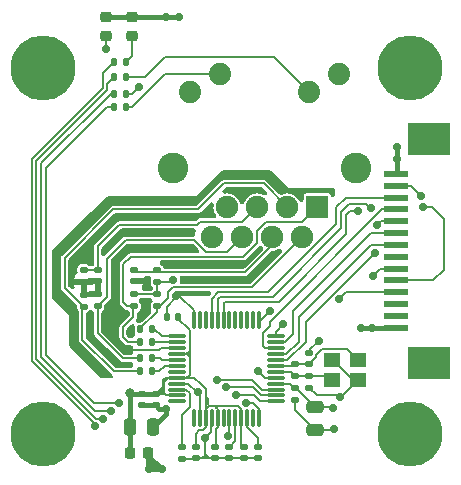
<source format=gbr>
%TF.GenerationSoftware,KiCad,Pcbnew,8.0.3*%
%TF.CreationDate,2024-11-27T21:51:57-05:00*%
%TF.ProjectId,Ethernet HAT,45746865-726e-4657-9420-4841542e6b69,rev?*%
%TF.SameCoordinates,Original*%
%TF.FileFunction,Copper,L1,Top*%
%TF.FilePolarity,Positive*%
%FSLAX46Y46*%
G04 Gerber Fmt 4.6, Leading zero omitted, Abs format (unit mm)*
G04 Created by KiCad (PCBNEW 8.0.3) date 2024-11-27 21:51:57*
%MOMM*%
%LPD*%
G01*
G04 APERTURE LIST*
G04 Aperture macros list*
%AMRoundRect*
0 Rectangle with rounded corners*
0 $1 Rounding radius*
0 $2 $3 $4 $5 $6 $7 $8 $9 X,Y pos of 4 corners*
0 Add a 4 corners polygon primitive as box body*
4,1,4,$2,$3,$4,$5,$6,$7,$8,$9,$2,$3,0*
0 Add four circle primitives for the rounded corners*
1,1,$1+$1,$2,$3*
1,1,$1+$1,$4,$5*
1,1,$1+$1,$6,$7*
1,1,$1+$1,$8,$9*
0 Add four rect primitives between the rounded corners*
20,1,$1+$1,$2,$3,$4,$5,0*
20,1,$1+$1,$4,$5,$6,$7,0*
20,1,$1+$1,$6,$7,$8,$9,0*
20,1,$1+$1,$8,$9,$2,$3,0*%
G04 Aperture macros list end*
%TA.AperFunction,SMDPad,CuDef*%
%ADD10RoundRect,0.135000X-0.185000X0.135000X-0.185000X-0.135000X0.185000X-0.135000X0.185000X0.135000X0*%
%TD*%
%TA.AperFunction,SMDPad,CuDef*%
%ADD11RoundRect,0.135000X-0.135000X-0.185000X0.135000X-0.185000X0.135000X0.185000X-0.135000X0.185000X0*%
%TD*%
%TA.AperFunction,SMDPad,CuDef*%
%ADD12RoundRect,0.250000X-0.250000X-0.475000X0.250000X-0.475000X0.250000X0.475000X-0.250000X0.475000X0*%
%TD*%
%TA.AperFunction,SMDPad,CuDef*%
%ADD13RoundRect,0.140000X-0.170000X0.140000X-0.170000X-0.140000X0.170000X-0.140000X0.170000X0.140000X0*%
%TD*%
%TA.AperFunction,SMDPad,CuDef*%
%ADD14RoundRect,0.140000X0.140000X0.170000X-0.140000X0.170000X-0.140000X-0.170000X0.140000X-0.170000X0*%
%TD*%
%TA.AperFunction,SMDPad,CuDef*%
%ADD15RoundRect,0.218750X-0.256250X0.218750X-0.256250X-0.218750X0.256250X-0.218750X0.256250X0.218750X0*%
%TD*%
%TA.AperFunction,SMDPad,CuDef*%
%ADD16RoundRect,0.135000X0.185000X-0.135000X0.185000X0.135000X-0.185000X0.135000X-0.185000X-0.135000X0*%
%TD*%
%TA.AperFunction,SMDPad,CuDef*%
%ADD17RoundRect,0.140000X0.170000X-0.140000X0.170000X0.140000X-0.170000X0.140000X-0.170000X-0.140000X0*%
%TD*%
%TA.AperFunction,SMDPad,CuDef*%
%ADD18RoundRect,0.135000X0.135000X0.185000X-0.135000X0.185000X-0.135000X-0.185000X0.135000X-0.185000X0*%
%TD*%
%TA.AperFunction,SMDPad,CuDef*%
%ADD19R,1.400000X1.200000*%
%TD*%
%TA.AperFunction,ComponentPad*%
%ADD20C,5.500000*%
%TD*%
%TA.AperFunction,SMDPad,CuDef*%
%ADD21RoundRect,0.250000X-0.475000X0.250000X-0.475000X-0.250000X0.475000X-0.250000X0.475000X0.250000X0*%
%TD*%
%TA.AperFunction,SMDPad,CuDef*%
%ADD22RoundRect,0.075000X-0.662500X-0.075000X0.662500X-0.075000X0.662500X0.075000X-0.662500X0.075000X0*%
%TD*%
%TA.AperFunction,SMDPad,CuDef*%
%ADD23RoundRect,0.075000X-0.075000X-0.662500X0.075000X-0.662500X0.075000X0.662500X-0.075000X0.662500X0*%
%TD*%
%TA.AperFunction,SMDPad,CuDef*%
%ADD24RoundRect,0.218750X0.218750X0.256250X-0.218750X0.256250X-0.218750X-0.256250X0.218750X-0.256250X0*%
%TD*%
%TA.AperFunction,SMDPad,CuDef*%
%ADD25R,2.000000X0.610000*%
%TD*%
%TA.AperFunction,SMDPad,CuDef*%
%ADD26R,3.600000X2.680000*%
%TD*%
%TA.AperFunction,ComponentPad*%
%ADD27C,1.890000*%
%TD*%
%TA.AperFunction,ComponentPad*%
%ADD28R,1.900000X1.900000*%
%TD*%
%TA.AperFunction,ComponentPad*%
%ADD29C,1.900000*%
%TD*%
%TA.AperFunction,ComponentPad*%
%ADD30C,2.600000*%
%TD*%
%TA.AperFunction,ViaPad*%
%ADD31C,0.700000*%
%TD*%
%TA.AperFunction,ViaPad*%
%ADD32C,0.800000*%
%TD*%
%TA.AperFunction,Conductor*%
%ADD33C,0.200000*%
%TD*%
%TA.AperFunction,Conductor*%
%ADD34C,0.400000*%
%TD*%
G04 APERTURE END LIST*
D10*
%TO.P,R7,1*%
%TO.N,3V3A*%
X142200000Y-103690000D03*
%TO.P,R7,2*%
%TO.N,/TD+*%
X142200000Y-104710000D03*
%TD*%
D11*
%TO.P,R14,1*%
%TO.N,Net-(U1-SPDLED)*%
X140490000Y-84000000D03*
%TO.P,R14,2*%
%TO.N,Net-(D1-A)*%
X141510000Y-84000000D03*
%TD*%
D12*
%TO.P,C7,1*%
%TO.N,3V3A*%
X141850000Y-114900000D03*
%TO.P,C7,2*%
%TO.N,GND*%
X143750000Y-114900000D03*
%TD*%
D13*
%TO.P,C15,1*%
%TO.N,+3.3V*%
X155800000Y-111640000D03*
%TO.P,C15,2*%
%TO.N,GND*%
X155800000Y-112600000D03*
%TD*%
%TO.P,C11,1*%
%TO.N,3V3A*%
X142800000Y-112120000D03*
%TO.P,C11,2*%
%TO.N,GND*%
X142800000Y-113080000D03*
%TD*%
D14*
%TO.P,C10,1*%
%TO.N,3V3A*%
X145880000Y-105600000D03*
%TO.P,C10,2*%
%TO.N,GND*%
X144920000Y-105600000D03*
%TD*%
D15*
%TO.P,D2,1,K*%
%TO.N,GND*%
X139800000Y-80212500D03*
%TO.P,D2,2,A*%
%TO.N,Net-(D2-A)*%
X139800000Y-81787500D03*
%TD*%
D16*
%TO.P,R15,1*%
%TO.N,GND*%
X137900000Y-102610000D03*
%TO.P,R15,2*%
%TO.N,RCT*%
X137900000Y-101590000D03*
%TD*%
D11*
%TO.P,R10,1*%
%TO.N,Net-(U1-LINKLED)*%
X140490000Y-85300000D03*
%TO.P,R10,2*%
%TO.N,Net-(J1-LEDG_K)*%
X141510000Y-85300000D03*
%TD*%
D13*
%TO.P,C12,1*%
%TO.N,3V3A*%
X144000000Y-112120000D03*
%TO.P,C12,2*%
%TO.N,GND*%
X144000000Y-113080000D03*
%TD*%
D10*
%TO.P,R16,1*%
%TO.N,GND*%
X137900000Y-103700000D03*
%TO.P,R16,2*%
%TO.N,/RD+*%
X137900000Y-104720000D03*
%TD*%
D11*
%TO.P,R11,1*%
%TO.N,Net-(U1-ACTLED)*%
X140490000Y-87800000D03*
%TO.P,R11,2*%
%TO.N,Net-(J1-LEDY_K)*%
X141510000Y-87800000D03*
%TD*%
D17*
%TO.P,C1,1*%
%TO.N,GND*%
X157000000Y-111580000D03*
%TO.P,C1,2*%
%TO.N,Net-(U1-XI{slash}CLKIN)*%
X157000000Y-110620000D03*
%TD*%
D18*
%TO.P,R5,1*%
%TO.N,Net-(U1-RXN)*%
X143710000Y-109100000D03*
%TO.P,R5,2*%
%TO.N,/RD-*%
X142690000Y-109100000D03*
%TD*%
D13*
%TO.P,C3,1*%
%TO.N,RCT*%
X139100000Y-101620000D03*
%TO.P,C3,2*%
%TO.N,GND*%
X139100000Y-102580000D03*
%TD*%
D11*
%TO.P,R13,1*%
%TO.N,Net-(U1-DUPLED)*%
X140490000Y-86700000D03*
%TO.P,R13,2*%
%TO.N,Net-(D2-A)*%
X141510000Y-86700000D03*
%TD*%
D19*
%TO.P,Y1,1,1*%
%TO.N,Net-(U1-XO)*%
X161100000Y-109250000D03*
%TO.P,Y1,2,2*%
%TO.N,GND*%
X158900000Y-109250000D03*
%TO.P,Y1,3,3*%
%TO.N,Net-(U1-XI{slash}CLKIN)*%
X158900000Y-110950000D03*
%TO.P,Y1,4,4*%
%TO.N,GND*%
X161100000Y-110950000D03*
%TD*%
D13*
%TO.P,C8,1*%
%TO.N,3V3A*%
X147400000Y-116620000D03*
%TO.P,C8,2*%
%TO.N,GND*%
X147400000Y-117580000D03*
%TD*%
D17*
%TO.P,C2,1*%
%TO.N,Net-(U1-XO)*%
X157000000Y-109580000D03*
%TO.P,C2,2*%
%TO.N,GND*%
X157000000Y-108620000D03*
%TD*%
D20*
%TO.P,H2,1*%
%TO.N,N/C*%
X165500000Y-115500000D03*
%TD*%
D10*
%TO.P,R8,1*%
%TO.N,Net-(U1-EXRES1)*%
X146200000Y-116590000D03*
%TO.P,R8,2*%
%TO.N,GND*%
X146200000Y-117610000D03*
%TD*%
D18*
%TO.P,R3,1*%
%TO.N,Net-(U1-TXN)*%
X143710000Y-106600000D03*
%TO.P,R3,2*%
%TO.N,/TD-*%
X142690000Y-106600000D03*
%TD*%
D10*
%TO.P,R17,1*%
%TO.N,GND*%
X139100000Y-103690000D03*
%TO.P,R17,2*%
%TO.N,/RD-*%
X139100000Y-104710000D03*
%TD*%
D21*
%TO.P,C14,1*%
%TO.N,+3.3V*%
X157500000Y-113250000D03*
%TO.P,C14,2*%
%TO.N,GND*%
X157500000Y-115150000D03*
%TD*%
D18*
%TO.P,R4,1*%
%TO.N,Net-(U1-RXP)*%
X143710000Y-110200000D03*
%TO.P,R4,2*%
%TO.N,/RD+*%
X142690000Y-110200000D03*
%TD*%
D16*
%TO.P,R1,1*%
%TO.N,Net-(U1-XI{slash}CLKIN)*%
X155800000Y-110610000D03*
%TO.P,R1,2*%
%TO.N,Net-(U1-XO)*%
X155800000Y-109590000D03*
%TD*%
D22*
%TO.P,U1,1,TXN*%
%TO.N,Net-(U1-TXN)*%
X145837500Y-107250000D03*
%TO.P,U1,2,TXP*%
%TO.N,Net-(U1-TXP)*%
X145837500Y-107750000D03*
%TO.P,U1,3,AGND*%
%TO.N,GND*%
X145837500Y-108250000D03*
%TO.P,U1,4,AVDD*%
%TO.N,3V3A*%
X145837500Y-108750000D03*
%TO.P,U1,5,RXN*%
%TO.N,Net-(U1-RXN)*%
X145837500Y-109250000D03*
%TO.P,U1,6,RXP*%
%TO.N,Net-(U1-RXP)*%
X145837500Y-109750000D03*
%TO.P,U1,7,DNC*%
%TO.N,unconnected-(U1-DNC-Pad7)*%
X145837500Y-110250000D03*
%TO.P,U1,8,AVDD*%
%TO.N,3V3A*%
X145837500Y-110750000D03*
%TO.P,U1,9,AGND*%
%TO.N,GND*%
X145837500Y-111250000D03*
%TO.P,U1,10,EXRES1*%
%TO.N,Net-(U1-EXRES1)*%
X145837500Y-111750000D03*
%TO.P,U1,11,AVDD*%
%TO.N,3V3A*%
X145837500Y-112250000D03*
%TO.P,U1,12,NC*%
%TO.N,unconnected-(U1-NC-Pad12)*%
X145837500Y-112750000D03*
D23*
%TO.P,U1,13,NC*%
%TO.N,unconnected-(U1-NC-Pad13)*%
X147250000Y-114162500D03*
%TO.P,U1,14,AGND*%
%TO.N,GND*%
X147750000Y-114162500D03*
%TO.P,U1,15,AVDD*%
%TO.N,3V3A*%
X148250000Y-114162500D03*
%TO.P,U1,16,AGND*%
%TO.N,GND*%
X148750000Y-114162500D03*
%TO.P,U1,17,AVDD*%
%TO.N,3V3A*%
X149250000Y-114162500D03*
%TO.P,U1,18,VBG*%
%TO.N,unconnected-(U1-VBG-Pad18)*%
X149750000Y-114162500D03*
%TO.P,U1,19,AGND*%
%TO.N,GND*%
X150250000Y-114162500D03*
%TO.P,U1,20,TOCAP*%
%TO.N,Net-(U1-TOCAP)*%
X150750000Y-114162500D03*
%TO.P,U1,21,AVDD*%
%TO.N,3V3A*%
X151250000Y-114162500D03*
%TO.P,U1,22,1V2O*%
%TO.N,Net-(U1-1V2O)*%
X151750000Y-114162500D03*
%TO.P,U1,23,RSVD*%
%TO.N,unconnected-(U1-RSVD-Pad23)*%
X152250000Y-114162500D03*
%TO.P,U1,24,SPDLED*%
%TO.N,Net-(U1-SPDLED)*%
X152750000Y-114162500D03*
D22*
%TO.P,U1,25,LINKLED*%
%TO.N,Net-(U1-LINKLED)*%
X154162500Y-112750000D03*
%TO.P,U1,26,DUPLED*%
%TO.N,Net-(U1-DUPLED)*%
X154162500Y-112250000D03*
%TO.P,U1,27,ACTLED*%
%TO.N,Net-(U1-ACTLED)*%
X154162500Y-111750000D03*
%TO.P,U1,28,VDD*%
%TO.N,+3.3V*%
X154162500Y-111250000D03*
%TO.P,U1,29,GND*%
%TO.N,GND*%
X154162500Y-110750000D03*
%TO.P,U1,30,XI/CLKIN*%
%TO.N,Net-(U1-XI{slash}CLKIN)*%
X154162500Y-110250000D03*
%TO.P,U1,31,XO*%
%TO.N,Net-(U1-XO)*%
X154162500Y-109750000D03*
%TO.P,U1,32,~{SCS}*%
%TO.N,ETH_CS*%
X154162500Y-109250000D03*
%TO.P,U1,33,SCLK*%
%TO.N,SCK*%
X154162500Y-108750000D03*
%TO.P,U1,34,MISO*%
%TO.N,MISO*%
X154162500Y-108250000D03*
%TO.P,U1,35,MOSI*%
%TO.N,MOSI*%
X154162500Y-107750000D03*
%TO.P,U1,36,~{INT}*%
%TO.N,AUX4*%
X154162500Y-107250000D03*
D23*
%TO.P,U1,37,~{RST}*%
%TO.N,AUX6*%
X152750000Y-105837500D03*
%TO.P,U1,38,RSVD*%
%TO.N,unconnected-(U1-RSVD-Pad38)*%
X152250000Y-105837500D03*
%TO.P,U1,39,RSVD*%
%TO.N,unconnected-(U1-RSVD-Pad39)*%
X151750000Y-105837500D03*
%TO.P,U1,40,RSVD*%
%TO.N,unconnected-(U1-RSVD-Pad40)*%
X151250000Y-105837500D03*
%TO.P,U1,41,RSVD*%
%TO.N,unconnected-(U1-RSVD-Pad41)*%
X150750000Y-105837500D03*
%TO.P,U1,42,RSVD*%
%TO.N,unconnected-(U1-RSVD-Pad42)*%
X150250000Y-105837500D03*
%TO.P,U1,43,PMODE2*%
%TO.N,AUX5*%
X149750000Y-105837500D03*
%TO.P,U1,44,PMODE1*%
%TO.N,AUX1*%
X149250000Y-105837500D03*
%TO.P,U1,45,PMODE0*%
%TO.N,AUX2*%
X148750000Y-105837500D03*
%TO.P,U1,46,NC*%
%TO.N,unconnected-(U1-NC-Pad46)*%
X148250000Y-105837500D03*
%TO.P,U1,47,NC*%
%TO.N,unconnected-(U1-NC-Pad47)*%
X147750000Y-105837500D03*
%TO.P,U1,48,AGND*%
%TO.N,GND*%
X147250000Y-105837500D03*
%TD*%
D13*
%TO.P,C4,1*%
%TO.N,TCT*%
X142200000Y-101620000D03*
%TO.P,C4,2*%
%TO.N,GND*%
X142200000Y-102580000D03*
%TD*%
D20*
%TO.P,H4,1*%
%TO.N,N/C*%
X165500000Y-84500000D03*
%TD*%
D15*
%TO.P,D1,1,K*%
%TO.N,GND*%
X141990000Y-80200000D03*
%TO.P,D1,2,A*%
%TO.N,Net-(D1-A)*%
X141990000Y-81775000D03*
%TD*%
D20*
%TO.P,H1,1*%
%TO.N,N/C*%
X134500000Y-84500000D03*
%TD*%
D18*
%TO.P,R2,1*%
%TO.N,Net-(U1-TXP)*%
X143710000Y-107700000D03*
%TO.P,R2,2*%
%TO.N,/TD+*%
X142690000Y-107700000D03*
%TD*%
D24*
%TO.P,L1,1,1*%
%TO.N,+3.3V*%
X143387500Y-117100000D03*
%TO.P,L1,2,2*%
%TO.N,3V3A*%
X141812500Y-117100000D03*
%TD*%
D13*
%TO.P,C13,1*%
%TO.N,3V3A*%
X151500000Y-116620000D03*
%TO.P,C13,2*%
%TO.N,GND*%
X151500000Y-117580000D03*
%TD*%
D16*
%TO.P,R12,1*%
%TO.N,3V3A*%
X144100000Y-102610000D03*
%TO.P,R12,2*%
%TO.N,TCT*%
X144100000Y-101590000D03*
%TD*%
D20*
%TO.P,H3,1*%
%TO.N,N/C*%
X134500000Y-115500000D03*
%TD*%
D25*
%TO.P,J2,1,Pin_1*%
%TO.N,+3.3V*%
X164350000Y-106500000D03*
%TO.P,J2,2,Pin_2*%
%TO.N,SDA1*%
X164350000Y-105500000D03*
%TO.P,J2,3,Pin_3*%
%TO.N,SCL1*%
X164350000Y-104500000D03*
%TO.P,J2,4,Pin_4*%
%TO.N,AUX6*%
X164350000Y-103500000D03*
%TO.P,J2,5,Pin_5*%
%TO.N,AUX5*%
X164350000Y-102500000D03*
%TO.P,J2,6,Pin_6*%
%TO.N,AUX4*%
X164350000Y-101500000D03*
%TO.P,J2,7,Pin_7*%
%TO.N,AUX3*%
X164350000Y-100500000D03*
%TO.P,J2,8,Pin_8*%
%TO.N,SCK*%
X164350000Y-99500000D03*
%TO.P,J2,9,Pin_9*%
%TO.N,MOSI*%
X164350000Y-98500000D03*
%TO.P,J2,10,Pin_10*%
%TO.N,ETH_CS*%
X164350000Y-97500000D03*
%TO.P,J2,11,Pin_11*%
%TO.N,MISO*%
X164350000Y-96500000D03*
%TO.P,J2,12,Pin_12*%
%TO.N,AUX2*%
X164350000Y-95500000D03*
%TO.P,J2,13,Pin_13*%
%TO.N,AUX1*%
X164350000Y-94500000D03*
%TO.P,J2,14,Pin_14*%
%TO.N,GND*%
X164350000Y-93500000D03*
D26*
%TO.P,J2,MP*%
%TO.N,N/C*%
X167150000Y-109490000D03*
X167150000Y-90510000D03*
%TD*%
D10*
%TO.P,R6,1*%
%TO.N,3V3A*%
X144100000Y-103690000D03*
%TO.P,R6,2*%
%TO.N,/TD-*%
X144100000Y-104710000D03*
%TD*%
D13*
%TO.P,C6,1*%
%TO.N,Net-(U1-1V2O)*%
X152700000Y-116620000D03*
%TO.P,C6,2*%
%TO.N,GND*%
X152700000Y-117580000D03*
%TD*%
%TO.P,C9,1*%
%TO.N,3V3A*%
X149000000Y-116620000D03*
%TO.P,C9,2*%
%TO.N,GND*%
X149000000Y-117580000D03*
%TD*%
%TO.P,C5,1*%
%TO.N,Net-(U1-TOCAP)*%
X150200000Y-116620000D03*
%TO.P,C5,2*%
%TO.N,GND*%
X150200000Y-117580000D03*
%TD*%
D27*
%TO.P,J1,L1,LEDY_A*%
%TO.N,+3.3V*%
X146900000Y-86570000D03*
%TO.P,J1,L2,LEDY_K*%
%TO.N,Net-(J1-LEDY_K)*%
X149440000Y-85050000D03*
%TO.P,J1,L3,LEDG_K*%
%TO.N,Net-(J1-LEDG_K)*%
X157010000Y-86570000D03*
%TO.P,J1,L4,LEDG_A*%
%TO.N,+3.3V*%
X159550000Y-85050000D03*
D28*
%TO.P,J1,R1,TD+*%
%TO.N,/TD+*%
X157670000Y-96290000D03*
D29*
%TO.P,J1,R2,TD-*%
%TO.N,/TD-*%
X156400000Y-98830000D03*
%TO.P,J1,R3,RD+*%
%TO.N,/RD+*%
X155130000Y-96290000D03*
%TO.P,J1,R4,TCT*%
%TO.N,TCT*%
X153860000Y-98830000D03*
%TO.P,J1,R5,RCT*%
%TO.N,RCT*%
X152590000Y-96290000D03*
%TO.P,J1,R6,RD-*%
%TO.N,/RD-*%
X151320000Y-98830000D03*
%TO.P,J1,R7,NC*%
%TO.N,unconnected-(J1-NC-PadR7)*%
X150050000Y-96290000D03*
%TO.P,J1,R8,GND*%
%TO.N,GND*%
X148780000Y-98830000D03*
D30*
%TO.P,J1,SH,SHIELD*%
X161000000Y-93000000D03*
X145450000Y-93000000D03*
%TD*%
D31*
%TO.N,Net-(U1-ACTLED)*%
X140900000Y-112900000D03*
%TO.N,GND*%
X144900000Y-80200000D03*
X146000000Y-80200000D03*
%TO.N,Net-(D2-A)*%
X142600000Y-86100000D03*
X139800000Y-82900000D03*
%TO.N,Net-(U1-ACTLED)*%
X149200000Y-110900000D03*
%TO.N,Net-(U1-DUPLED)*%
X140197216Y-113550000D03*
X149975526Y-111563384D03*
%TO.N,Net-(U1-LINKLED)*%
X139500000Y-114200000D03*
X150765872Y-112211675D03*
%TO.N,Net-(U1-SPDLED)*%
X138898780Y-114869731D03*
X151638325Y-112861675D03*
%TO.N,GND*%
X146700000Y-97150000D03*
X164400000Y-92200000D03*
X143400000Y-95850000D03*
X157800000Y-107600000D03*
X137651901Y-100151902D03*
X143400000Y-99800000D03*
X139351901Y-98451901D03*
X137974235Y-108625765D03*
X140600000Y-105800000D03*
X146700000Y-102450000D03*
X164400000Y-91200000D03*
X136832319Y-99133005D03*
X147544546Y-111958556D03*
X150100000Y-115700000D03*
X143400000Y-98450000D03*
X148204011Y-115811059D03*
X145200000Y-101150000D03*
X159600000Y-112400000D03*
X152700000Y-110200000D03*
X151300000Y-93650000D03*
X143200000Y-103040000D03*
X151340380Y-101140380D03*
X159100000Y-115100000D03*
X148600000Y-101150000D03*
X146700000Y-99800000D03*
X135650000Y-102000000D03*
X138450000Y-105800000D03*
X140243474Y-109056525D03*
X146700000Y-98450000D03*
X140271140Y-99371141D03*
X144870245Y-113371679D03*
X137150000Y-105800000D03*
X146700000Y-95850000D03*
X139424235Y-110075765D03*
X141870001Y-107006094D03*
X151755380Y-102450000D03*
X141140380Y-100340380D03*
X140600000Y-102200000D03*
X138432660Y-97532664D03*
X145734620Y-103784620D03*
X141062714Y-108037286D03*
X143400000Y-97150000D03*
X142750000Y-105590380D03*
X151300000Y-95100000D03*
X148600000Y-102450000D03*
%TO.N,3V3A*%
X145500000Y-102450000D03*
D32*
X141800000Y-112000000D03*
D31*
%TO.N,+3.3V*%
X143400000Y-118500000D03*
X144500000Y-118500000D03*
X161400000Y-106500000D03*
X159000000Y-113300000D03*
X162300000Y-106500000D03*
%TO.N,AUX4*%
X162400000Y-102100000D03*
X154800000Y-106200000D03*
%TO.N,ETH_CS*%
X162600000Y-100150000D03*
X162765073Y-97850001D03*
%TO.N,AUX1*%
X166500000Y-95400000D03*
X162200000Y-96400000D03*
%TO.N,AUX5*%
X166611632Y-96293053D03*
X161100000Y-96650000D03*
%TO.N,AUX6*%
X159509620Y-104109620D03*
X153688298Y-105088298D03*
%TD*%
D33*
%TO.N,/RD+*%
X137800000Y-104820000D02*
X137900000Y-104720000D01*
X137800000Y-107532290D02*
X137800000Y-104820000D01*
X142690000Y-110200000D02*
X140467710Y-110200000D01*
%TO.N,Net-(U1-RXP)*%
X144750000Y-109750000D02*
X145837500Y-109750000D01*
X143710000Y-110200000D02*
X144300000Y-110200000D01*
%TO.N,/RD+*%
X140467710Y-110200000D02*
X137800000Y-107532290D01*
%TO.N,Net-(U1-RXP)*%
X144300000Y-110200000D02*
X144750000Y-109750000D01*
%TO.N,/RD-*%
X141206189Y-109100000D02*
X142690000Y-109100000D01*
%TO.N,Net-(U1-RXN)*%
X144400000Y-109100000D02*
X144550000Y-109250000D01*
%TO.N,/RD-*%
X139100000Y-104710000D02*
X139100000Y-106993811D01*
%TO.N,Net-(U1-RXN)*%
X143710000Y-109100000D02*
X144400000Y-109100000D01*
X144550000Y-109250000D02*
X145837500Y-109250000D01*
%TO.N,/RD-*%
X139100000Y-106993811D02*
X141206189Y-109100000D01*
%TO.N,GND*%
X141425428Y-108400000D02*
X141062714Y-108037286D01*
X144300000Y-108400000D02*
X141425428Y-108400000D01*
X144450000Y-108250000D02*
X144300000Y-108400000D01*
X145837500Y-108250000D02*
X144450000Y-108250000D01*
%TO.N,/TD+*%
X142100000Y-104810000D02*
X142200000Y-104710000D01*
X141220001Y-106479999D02*
X142100000Y-105600000D01*
X142100000Y-105600000D02*
X142100000Y-104810000D01*
X142690000Y-107700000D02*
X141644668Y-107700000D01*
%TO.N,Net-(U1-TXP)*%
X144500000Y-107700000D02*
X144550000Y-107750000D01*
X144550000Y-107750000D02*
X145837500Y-107750000D01*
X143710000Y-107700000D02*
X144500000Y-107700000D01*
%TO.N,/TD+*%
X141644668Y-107700000D02*
X141220001Y-107275333D01*
X141220001Y-107275333D02*
X141220001Y-106479999D01*
%TO.N,/TD-*%
X144100000Y-105159619D02*
X142690000Y-106569619D01*
X144100000Y-104710000D02*
X144100000Y-105159619D01*
%TO.N,Net-(U1-TXN)*%
X144550000Y-107250000D02*
X143900000Y-106600000D01*
X143900000Y-106600000D02*
X143710000Y-106600000D01*
X145837500Y-107250000D02*
X144550000Y-107250000D01*
%TO.N,/TD-*%
X142690000Y-106569619D02*
X142690000Y-106600000D01*
%TO.N,Net-(U1-SPDLED)*%
X138898780Y-114869731D02*
X138898780Y-114695838D01*
X133500000Y-92268628D02*
X139520000Y-86248628D01*
X138898780Y-114695838D02*
X133500000Y-109297058D01*
X133500000Y-109297058D02*
X133500000Y-92268628D01*
X139520000Y-84970000D02*
X140490000Y-84000000D01*
X139520000Y-86248628D02*
X139520000Y-84970000D01*
%TO.N,Net-(U1-LINKLED)*%
X133900000Y-92434314D02*
X139920000Y-86414314D01*
X133900000Y-109131372D02*
X133900000Y-92434314D01*
X139920000Y-86414314D02*
X139920000Y-85870000D01*
X139500000Y-114200000D02*
X138968628Y-114200000D01*
X139920000Y-85870000D02*
X140490000Y-85300000D01*
X138968628Y-114200000D02*
X133900000Y-109131372D01*
%TO.N,Net-(U1-DUPLED)*%
X140200000Y-86700000D02*
X140490000Y-86700000D01*
X134300000Y-108965686D02*
X134300000Y-92600000D01*
X138884314Y-113550000D02*
X134300000Y-108965686D01*
X140197216Y-113550000D02*
X138884314Y-113550000D01*
X134300000Y-92600000D02*
X140200000Y-86700000D01*
%TO.N,Net-(U1-ACTLED)*%
X139900000Y-87800000D02*
X140490000Y-87800000D01*
X134700000Y-93000000D02*
X139900000Y-87800000D01*
X138800000Y-112900000D02*
X134700000Y-108800000D01*
X140900000Y-112900000D02*
X138800000Y-112900000D01*
X134700000Y-108800000D02*
X134700000Y-93000000D01*
D34*
%TO.N,GND*%
X144900000Y-80200000D02*
X146000000Y-80200000D01*
X141990000Y-80200000D02*
X144900000Y-80200000D01*
X141977500Y-80212500D02*
X141990000Y-80200000D01*
X139800000Y-80212500D02*
X141977500Y-80212500D01*
D33*
%TO.N,Net-(D2-A)*%
X139800000Y-82900000D02*
X139800000Y-81787500D01*
X142000000Y-86700000D02*
X142600000Y-86100000D01*
X141510000Y-86700000D02*
X142000000Y-86700000D01*
%TO.N,Net-(D1-A)*%
X142000000Y-83510000D02*
X142000000Y-81785000D01*
X141510000Y-84000000D02*
X142000000Y-83510000D01*
X142000000Y-81785000D02*
X141990000Y-81775000D01*
%TO.N,Net-(J1-LEDG_K)*%
X143100000Y-85300000D02*
X141510000Y-85300000D01*
X144800000Y-83600000D02*
X143100000Y-85300000D01*
X154040000Y-83600000D02*
X144800000Y-83600000D01*
X157010000Y-86570000D02*
X154040000Y-83600000D01*
%TO.N,Net-(U1-ACTLED)*%
X152150611Y-110900000D02*
X149200000Y-110900000D01*
X153000611Y-111750000D02*
X152150611Y-110900000D01*
X154162500Y-111750000D02*
X153000611Y-111750000D01*
%TO.N,GND*%
X153250000Y-110750000D02*
X154162500Y-110750000D01*
X152700000Y-110200000D02*
X153250000Y-110750000D01*
%TO.N,Net-(U1-DUPLED)*%
X152934925Y-112250000D02*
X154162500Y-112250000D01*
X152246600Y-111561675D02*
X152934925Y-112250000D01*
X150494924Y-111563384D02*
X150496633Y-111561675D01*
X149975526Y-111563384D02*
X150494924Y-111563384D01*
X150496633Y-111561675D02*
X152246600Y-111561675D01*
%TO.N,Net-(U1-LINKLED)*%
X152869239Y-112750000D02*
X154162500Y-112750000D01*
X150765872Y-112211675D02*
X152330914Y-112211675D01*
X152330914Y-112211675D02*
X152869239Y-112750000D01*
%TO.N,Net-(U1-SPDLED)*%
X152750000Y-113392590D02*
X152750000Y-114162500D01*
X152219085Y-112861675D02*
X152750000Y-113392590D01*
X151638325Y-112861675D02*
X152219085Y-112861675D01*
D34*
%TO.N,GND*%
X144870245Y-113371679D02*
X144291679Y-113371679D01*
X144870245Y-113779755D02*
X143750000Y-114900000D01*
X144870245Y-113371679D02*
X144870245Y-113779755D01*
X144291679Y-113371679D02*
X144000000Y-113080000D01*
D33*
X155800000Y-113450000D02*
X157500000Y-115150000D01*
X148204011Y-117300000D02*
X148220000Y-117300000D01*
X148500000Y-117580000D02*
X151500000Y-117580000D01*
X143200000Y-103040000D02*
X142740000Y-102580000D01*
X160700000Y-110950000D02*
X161100000Y-110950000D01*
X147250000Y-105837500D02*
X147250000Y-105050000D01*
D34*
X142800000Y-113080000D02*
X144000000Y-113080000D01*
D33*
X150200000Y-115700000D02*
X150100000Y-115700000D01*
X157000000Y-108620000D02*
X157000000Y-108400000D01*
X159050000Y-115150000D02*
X159100000Y-115100000D01*
X159600000Y-112400000D02*
X159800000Y-112200000D01*
X148152005Y-117432005D02*
X148300000Y-117580000D01*
X147544546Y-112032998D02*
X147750000Y-112238452D01*
X148700000Y-115315070D02*
X148204011Y-115811059D01*
X147544546Y-111958556D02*
X147470104Y-111958556D01*
X148204011Y-117300000D02*
X148204011Y-115811059D01*
X159400000Y-112200000D02*
X159600000Y-112400000D01*
X151500000Y-117580000D02*
X152700000Y-117580000D01*
X142740000Y-102580000D02*
X142200000Y-102580000D01*
X146200000Y-117610000D02*
X147370000Y-117610000D01*
X158900000Y-109250000D02*
X159000000Y-109250000D01*
X148152005Y-117352005D02*
X148204011Y-117300000D01*
D34*
X164400000Y-93500000D02*
X164400000Y-92200000D01*
D33*
X145734620Y-103931066D02*
X145734620Y-103784620D01*
X147370000Y-117610000D02*
X147400000Y-117580000D01*
X157000000Y-108400000D02*
X157800000Y-107600000D01*
X157620000Y-112200000D02*
X159400000Y-112200000D01*
X159000000Y-109250000D02*
X160700000Y-110950000D01*
X146761548Y-111250000D02*
X145837500Y-111250000D01*
X147470104Y-111958556D02*
X146761548Y-111250000D01*
X147400000Y-117580000D02*
X147924011Y-117580000D01*
X159850000Y-112200000D02*
X161100000Y-110950000D01*
X147544546Y-111958556D02*
X147544546Y-112032998D01*
X147924011Y-117580000D02*
X148152005Y-117352005D01*
X148300000Y-117580000D02*
X148500000Y-117580000D01*
X148750000Y-114162500D02*
X148700000Y-114212500D01*
X157000000Y-111580000D02*
X157620000Y-112200000D01*
D34*
X164400000Y-92200000D02*
X164400000Y-91200000D01*
D33*
X150250000Y-115650000D02*
X150200000Y-115700000D01*
X155800000Y-112600000D02*
X155800000Y-113450000D01*
X147400000Y-117580000D02*
X148300000Y-117580000D01*
X148700000Y-114212500D02*
X148700000Y-115315070D01*
X147250000Y-105050000D02*
X145984620Y-103784620D01*
X150250000Y-114162500D02*
X150250000Y-115650000D01*
X159800000Y-112200000D02*
X159850000Y-112200000D01*
X157500000Y-115150000D02*
X159050000Y-115150000D01*
X145984620Y-103784620D02*
X145734620Y-103784620D01*
X144920000Y-104745686D02*
X145734620Y-103931066D01*
X150100000Y-115800000D02*
X150200000Y-115700000D01*
X150100000Y-115700000D02*
X150100000Y-115800000D01*
X148152005Y-117352005D02*
X148152005Y-117432005D01*
X148220000Y-117300000D02*
X148500000Y-117580000D01*
X144920000Y-105600000D02*
X144920000Y-104745686D01*
X147750000Y-112238452D02*
X147750000Y-114162500D01*
%TO.N,Net-(U1-XI{slash}CLKIN)*%
X157000000Y-110620000D02*
X158570000Y-110620000D01*
X156990000Y-110610000D02*
X157000000Y-110620000D01*
X155800000Y-110610000D02*
X156990000Y-110610000D01*
X155440000Y-110250000D02*
X155800000Y-110610000D01*
X158570000Y-110620000D02*
X158900000Y-110950000D01*
X154162500Y-110250000D02*
X155440000Y-110250000D01*
%TO.N,Net-(U1-XO)*%
X158050000Y-108350000D02*
X157610000Y-108790000D01*
X155810000Y-109580000D02*
X155800000Y-109590000D01*
X155800000Y-109590000D02*
X155640000Y-109750000D01*
X157610000Y-108970000D02*
X157000000Y-109580000D01*
X160200000Y-108350000D02*
X158050000Y-108350000D01*
X161100000Y-109250000D02*
X160200000Y-108350000D01*
X155640000Y-109750000D02*
X154162500Y-109750000D01*
X157000000Y-109580000D02*
X155810000Y-109580000D01*
X157610000Y-108790000D02*
X157610000Y-108970000D01*
%TO.N,RCT*%
X140923042Y-97800000D02*
X139100000Y-99623042D01*
X147760000Y-97540000D02*
X147500000Y-97800000D01*
X139100000Y-99623042D02*
X139100000Y-101620000D01*
X147500000Y-97800000D02*
X140923042Y-97800000D01*
X137930000Y-101620000D02*
X137900000Y-101590000D01*
X152590000Y-96290000D02*
X151340000Y-97540000D01*
X139100000Y-101620000D02*
X137930000Y-101620000D01*
X151340000Y-97540000D02*
X147760000Y-97540000D01*
%TO.N,TCT*%
X153860000Y-98830000D02*
X153860000Y-99540000D01*
X151600000Y-101800000D02*
X142480000Y-101800000D01*
X153860000Y-99540000D02*
X151600000Y-101800000D01*
X142480000Y-101800000D02*
X142300000Y-101620000D01*
%TO.N,Net-(U1-TOCAP)*%
X150265686Y-116620000D02*
X150750000Y-116135686D01*
X150200000Y-116620000D02*
X150265686Y-116620000D01*
X150750000Y-116135686D02*
X150750000Y-114162500D01*
%TO.N,Net-(U1-1V2O)*%
X151750000Y-114162500D02*
X151750000Y-114932410D01*
X151750000Y-114932410D02*
X152700000Y-115882410D01*
X152700000Y-115882410D02*
X152700000Y-116620000D01*
%TO.N,3V3A*%
X144100000Y-102610000D02*
X144100000Y-103690000D01*
X144600000Y-112000000D02*
X144850000Y-112250000D01*
D34*
X141812500Y-117100000D02*
X141812500Y-114937500D01*
D33*
X151250000Y-113392590D02*
X150982410Y-113125000D01*
X147982410Y-115200000D02*
X147700000Y-115200000D01*
X144600000Y-112120000D02*
X144000000Y-112120000D01*
X148800000Y-113125000D02*
X149400000Y-113125000D01*
X149250000Y-114162500D02*
X149250000Y-114932410D01*
X148250000Y-112392590D02*
X148250000Y-113000000D01*
X144600000Y-110950000D02*
X144800000Y-110750000D01*
X147250000Y-110750000D02*
X147808556Y-111308556D01*
X148250000Y-113000000D02*
X148392590Y-113000000D01*
X144800000Y-111017590D02*
X144800000Y-111000000D01*
X144600000Y-112120000D02*
X144720000Y-112120000D01*
X144600000Y-111800000D02*
X144600000Y-112000000D01*
X144600000Y-111520000D02*
X144600000Y-111400000D01*
X148250000Y-113200000D02*
X148250000Y-114162500D01*
D34*
X141850000Y-112050000D02*
X141800000Y-112000000D01*
D33*
X144800000Y-111000000D02*
X145050000Y-110750000D01*
X148228705Y-111723476D02*
X148228705Y-112371295D01*
X145050000Y-110750000D02*
X145837500Y-110750000D01*
X151250000Y-116370000D02*
X151500000Y-116620000D01*
X145837500Y-110750000D02*
X144800000Y-110750000D01*
X144600000Y-111217590D02*
X144800000Y-111017590D01*
X144600000Y-111600000D02*
X144520000Y-111600000D01*
X145340000Y-102610000D02*
X144100000Y-102610000D01*
X144720000Y-112120000D02*
X144850000Y-112250000D01*
X144800000Y-111017590D02*
X144720000Y-111097590D01*
X144600000Y-111200000D02*
X144600000Y-111600000D01*
X146600000Y-108750000D02*
X146625000Y-108750000D01*
X142200000Y-103690000D02*
X144100000Y-103690000D01*
X144600000Y-111200000D02*
X144800000Y-111000000D01*
D34*
X141920000Y-112120000D02*
X141800000Y-112000000D01*
D33*
X148982410Y-113125000D02*
X148800000Y-113125000D01*
X146725000Y-108750000D02*
X146875000Y-108600000D01*
X149250000Y-114162500D02*
X149250000Y-113392590D01*
X145837500Y-108750000D02*
X146607410Y-108750000D01*
X149128705Y-113271295D02*
X148982410Y-113125000D01*
D34*
X142800000Y-112120000D02*
X144000000Y-112120000D01*
D33*
X148250000Y-113200000D02*
X148442590Y-113200000D01*
X146600000Y-108750000D02*
X146725000Y-108750000D01*
X148392590Y-113000000D02*
X148392590Y-112535180D01*
X146875000Y-108200000D02*
X146875000Y-108600000D01*
X144600000Y-111400000D02*
X144600000Y-111200000D01*
X148250000Y-114932410D02*
X147982410Y-115200000D01*
X145837500Y-110750000D02*
X146607410Y-110750000D01*
X149275000Y-113125000D02*
X149128705Y-113271295D01*
X144850000Y-112250000D02*
X145837500Y-112250000D01*
X150017590Y-113125000D02*
X150000000Y-113142590D01*
X145800000Y-105657410D02*
X146875000Y-106732410D01*
X144600000Y-111200000D02*
X144600000Y-110950000D01*
X145500000Y-102450000D02*
X145340000Y-102610000D01*
X148517590Y-113125000D02*
X148392590Y-113000000D01*
X149250000Y-113392590D02*
X149128705Y-113271295D01*
X146875000Y-106732410D02*
X146875000Y-108200000D01*
X149100000Y-115082410D02*
X149100000Y-116520000D01*
X144720000Y-111097590D02*
X144720000Y-112120000D01*
D34*
X142800000Y-112120000D02*
X141920000Y-112120000D01*
D33*
X144600000Y-111600000D02*
X144600000Y-111800000D01*
X149250000Y-114932410D02*
X149100000Y-115082410D01*
X150000000Y-113142590D02*
X149982410Y-113125000D01*
X148250000Y-113392590D02*
X148517590Y-113125000D01*
X147700000Y-115200000D02*
X147400000Y-115500000D01*
X147808556Y-111308556D02*
X147813785Y-111308556D01*
X146625000Y-108750000D02*
X146875000Y-109000000D01*
X146875000Y-110482410D02*
X146607410Y-110750000D01*
X148442590Y-113200000D02*
X148517590Y-113125000D01*
X147400000Y-115500000D02*
X147400000Y-116620000D01*
X148250000Y-113000000D02*
X148250000Y-113200000D01*
X146607410Y-110750000D02*
X147250000Y-110750000D01*
X148392590Y-112535180D02*
X148228705Y-112371295D01*
X146875000Y-108600000D02*
X146875000Y-109000000D01*
X151250000Y-114162500D02*
X151250000Y-116370000D01*
X146875000Y-108482410D02*
X146875000Y-108200000D01*
X146875000Y-109000000D02*
X146875000Y-110482410D01*
X144520000Y-111600000D02*
X144260000Y-111860000D01*
X144000000Y-112120000D02*
X144280000Y-112120000D01*
X148517590Y-113125000D02*
X148800000Y-113125000D01*
X148250000Y-114162500D02*
X148250000Y-114932410D01*
X145837500Y-108750000D02*
X146600000Y-108750000D01*
X144260000Y-111860000D02*
X144000000Y-112120000D01*
X144280000Y-112120000D02*
X144600000Y-111800000D01*
D34*
X141812500Y-114937500D02*
X141850000Y-114900000D01*
D33*
X144600000Y-111400000D02*
X144600000Y-111217590D01*
X148228705Y-112371295D02*
X148250000Y-112392590D01*
X148250000Y-114162500D02*
X148250000Y-113392590D01*
X149982410Y-113125000D02*
X149400000Y-113125000D01*
X146607410Y-108750000D02*
X146875000Y-108482410D01*
X149100000Y-116520000D02*
X149000000Y-116620000D01*
X144260000Y-111860000D02*
X144600000Y-111520000D01*
X147813785Y-111308556D02*
X148228705Y-111723476D01*
X151250000Y-114162500D02*
X151250000Y-113392590D01*
X150982410Y-113125000D02*
X150017590Y-113125000D01*
D34*
X141850000Y-114900000D02*
X141850000Y-112050000D01*
D33*
X149400000Y-113125000D02*
X149275000Y-113125000D01*
D34*
%TO.N,+3.3V*%
X143387500Y-117800000D02*
X143387500Y-117887500D01*
D33*
X158950000Y-113250000D02*
X159000000Y-113300000D01*
D34*
X144000000Y-118500000D02*
X143400000Y-118500000D01*
X143387500Y-117100000D02*
X143387500Y-117800000D01*
X162300000Y-106500000D02*
X164350000Y-106500000D01*
D33*
X155890000Y-111640000D02*
X157500000Y-113250000D01*
D34*
X143387500Y-117387500D02*
X144500000Y-118500000D01*
D33*
X155410000Y-111250000D02*
X154162500Y-111250000D01*
D34*
X161400000Y-106500000D02*
X161500000Y-106500000D01*
X143387500Y-117100000D02*
X143387500Y-117387500D01*
D33*
X157500000Y-113250000D02*
X158950000Y-113250000D01*
X155800000Y-111640000D02*
X155890000Y-111640000D01*
D34*
X143387500Y-117800000D02*
X143387500Y-118487500D01*
X144500000Y-118500000D02*
X144000000Y-118500000D01*
X161400000Y-106500000D02*
X162300000Y-106500000D01*
D33*
X155800000Y-111640000D02*
X155410000Y-111250000D01*
D34*
X143387500Y-117887500D02*
X144000000Y-118500000D01*
X143387500Y-118487500D02*
X143400000Y-118500000D01*
D33*
%TO.N,Net-(D2-A)*%
X139800000Y-81787500D02*
X139800000Y-81890000D01*
%TO.N,/TD+*%
X141250000Y-101150000D02*
X141909620Y-100490380D01*
X141909620Y-100490380D02*
X151427387Y-100490380D01*
X156420000Y-97540000D02*
X157670000Y-96290000D01*
X151427387Y-100490380D02*
X152610000Y-99307767D01*
X152610000Y-99307767D02*
X152610000Y-98312233D01*
X141250000Y-104350000D02*
X141250000Y-101150000D01*
X153382233Y-97540000D02*
X156420000Y-97540000D01*
X152610000Y-98312233D02*
X153382233Y-97540000D01*
X142200000Y-104710000D02*
X141610000Y-104710000D01*
X141610000Y-104710000D02*
X141250000Y-104350000D01*
%TO.N,/RD+*%
X149800000Y-94300000D02*
X153140000Y-94300000D01*
X153140000Y-94300000D02*
X155130000Y-96290000D01*
X136300000Y-103120000D02*
X136300000Y-100584563D01*
X140384563Y-96500000D02*
X147600000Y-96500000D01*
X136300000Y-100584563D02*
X140384563Y-96500000D01*
X147600000Y-96500000D02*
X149800000Y-94300000D01*
X137900000Y-104720000D02*
X136300000Y-103120000D01*
%TO.N,/TD-*%
X145500001Y-103100000D02*
X145084620Y-103515381D01*
X145084620Y-104015380D02*
X144390000Y-104710000D01*
X145084620Y-103515381D02*
X145084620Y-104015380D01*
X144390000Y-104710000D02*
X144100000Y-104710000D01*
X156400000Y-98830000D02*
X152130000Y-103100000D01*
X152130000Y-103100000D02*
X145500001Y-103100000D01*
%TO.N,Net-(J1-LEDY_K)*%
X141510000Y-87800000D02*
X142000000Y-87800000D01*
X144750000Y-85050000D02*
X149440000Y-85050000D01*
X142000000Y-87800000D02*
X144750000Y-85050000D01*
%TO.N,/RD-*%
X147282233Y-99100000D02*
X148262233Y-100080000D01*
X139100000Y-104710000D02*
X139900000Y-103910000D01*
X139900000Y-100661521D02*
X141461521Y-99100000D01*
X148262233Y-100080000D02*
X150070000Y-100080000D01*
X150070000Y-100080000D02*
X151320000Y-98830000D01*
X139900000Y-103910000D02*
X139900000Y-100661521D01*
X141461521Y-99100000D02*
X147282233Y-99100000D01*
%TO.N,MISO*%
X153125000Y-108082410D02*
X153292590Y-108250000D01*
X153292590Y-108250000D02*
X154162500Y-108250000D01*
X153700000Y-106400000D02*
X153125000Y-106975000D01*
X164350000Y-96500000D02*
X163195835Y-96500000D01*
X153125000Y-106975000D02*
X153125000Y-108082410D01*
X153700000Y-105995835D02*
X153700000Y-106400000D01*
X163195835Y-96500000D02*
X153700000Y-105995835D01*
%TO.N,MOSI*%
X154932410Y-107750000D02*
X154162500Y-107750000D01*
X164350000Y-98500000D02*
X162200000Y-98500000D01*
X155600000Y-105100000D02*
X155600000Y-107082410D01*
X155600000Y-107082410D02*
X154932410Y-107750000D01*
X162200000Y-98500000D02*
X155600000Y-105100000D01*
%TO.N,AUX4*%
X163000000Y-101500000D02*
X164350000Y-101500000D01*
X162400000Y-102100000D02*
X163000000Y-101500000D01*
X154162500Y-107250000D02*
X154162500Y-106837500D01*
X154162500Y-106837500D02*
X154800000Y-106200000D01*
%TO.N,ETH_CS*%
X156700000Y-107679468D02*
X155129468Y-109250000D01*
X162550000Y-100150000D02*
X156700000Y-106000000D01*
X156700000Y-106000000D02*
X156700000Y-107679468D01*
X155129468Y-109250000D02*
X154162500Y-109250000D01*
X164350000Y-97500000D02*
X163115074Y-97500000D01*
X162600000Y-100150000D02*
X162550000Y-100150000D01*
X163115074Y-97500000D02*
X162765073Y-97850001D01*
%TO.N,AUX2*%
X148750000Y-105837500D02*
X148750000Y-104050000D01*
X159300000Y-96300000D02*
X160100000Y-95500000D01*
X149300000Y-103500000D02*
X153497767Y-103500000D01*
X153497767Y-103500000D02*
X159300000Y-97697767D01*
X160100000Y-95500000D02*
X164350000Y-95500000D01*
X159300000Y-97697767D02*
X159300000Y-96300000D01*
X148750000Y-104050000D02*
X149300000Y-103500000D01*
%TO.N,AUX1*%
X160400000Y-96000000D02*
X159700000Y-96700000D01*
X161800000Y-96000000D02*
X160400000Y-96000000D01*
X159700000Y-98100000D02*
X153900000Y-103900000D01*
X159700000Y-96700000D02*
X159700000Y-98100000D01*
X149465686Y-103900000D02*
X149250000Y-104115686D01*
X149250000Y-104115686D02*
X149250000Y-105837500D01*
X164350000Y-94500000D02*
X165600000Y-94500000D01*
X165600000Y-94500000D02*
X166500000Y-95400000D01*
X153900000Y-103900000D02*
X149465686Y-103900000D01*
X162200000Y-96400000D02*
X161800000Y-96000000D01*
%TO.N,SCK*%
X156100000Y-107713782D02*
X156100000Y-105600000D01*
X156100000Y-105600000D02*
X162200000Y-99500000D01*
X154162500Y-108750000D02*
X155063782Y-108750000D01*
X162200000Y-99500000D02*
X164350000Y-99500000D01*
X155063782Y-108750000D02*
X156100000Y-107713782D01*
%TO.N,AUX5*%
X166611632Y-96293053D02*
X167393053Y-96293053D01*
X160450000Y-96650000D02*
X160100000Y-97000000D01*
X167500000Y-102500000D02*
X164350000Y-102500000D01*
X160100000Y-97000000D02*
X160100000Y-98600000D01*
X168400000Y-97300000D02*
X168400000Y-101600000D01*
X149750000Y-104450000D02*
X149750000Y-105837500D01*
X168400000Y-101600000D02*
X167500000Y-102500000D01*
X149900000Y-104300000D02*
X149750000Y-104450000D01*
X160100000Y-98600000D02*
X154400000Y-104300000D01*
X167393053Y-96293053D02*
X168400000Y-97300000D01*
X161100000Y-96650000D02*
X160450000Y-96650000D01*
X154400000Y-104300000D02*
X149900000Y-104300000D01*
%TO.N,AUX6*%
X160119240Y-103500000D02*
X164350000Y-103500000D01*
X152939096Y-105837500D02*
X153688298Y-105088298D01*
X152750000Y-105837500D02*
X152939096Y-105837500D01*
X159509620Y-104109620D02*
X160119240Y-103500000D01*
%TO.N,Net-(U1-EXRES1)*%
X146900000Y-112042590D02*
X146900000Y-113242590D01*
X146607410Y-111750000D02*
X146900000Y-112042590D01*
X146900000Y-113242590D02*
X146200000Y-113942590D01*
X146200000Y-113942590D02*
X146200000Y-116590000D01*
X145837500Y-111750000D02*
X146607410Y-111750000D01*
%TD*%
%TA.AperFunction,Conductor*%
%TO.N,GND*%
G36*
X153803915Y-93219707D02*
G01*
X153858286Y-93258286D01*
X155300000Y-94700000D01*
X159001000Y-94700000D01*
X159087343Y-94719707D01*
X159156584Y-94774926D01*
X159195011Y-94854718D01*
X159200000Y-94899000D01*
X159200000Y-95207648D01*
X159180293Y-95293991D01*
X159125074Y-95363232D01*
X159045282Y-95401659D01*
X158956718Y-95401659D01*
X158876926Y-95363232D01*
X158821707Y-95293991D01*
X158816913Y-95279648D01*
X158816367Y-95279875D01*
X158808867Y-95261769D01*
X158764552Y-95195447D01*
X158698232Y-95151133D01*
X158639750Y-95139500D01*
X158639748Y-95139500D01*
X156700252Y-95139500D01*
X156700250Y-95139500D01*
X156641767Y-95151133D01*
X156575447Y-95195447D01*
X156531133Y-95261767D01*
X156519500Y-95320250D01*
X156519500Y-95653284D01*
X156499793Y-95739627D01*
X156444574Y-95808868D01*
X156364782Y-95847295D01*
X156276218Y-95847295D01*
X156196426Y-95808868D01*
X156142363Y-95741986D01*
X156112366Y-95681745D01*
X155983875Y-95511596D01*
X155983870Y-95511591D01*
X155826304Y-95367949D01*
X155826299Y-95367945D01*
X155645021Y-95255702D01*
X155645019Y-95255701D01*
X155446203Y-95178680D01*
X155446201Y-95178679D01*
X155320445Y-95155171D01*
X155236610Y-95139500D01*
X155023390Y-95139500D01*
X154953527Y-95152559D01*
X154813798Y-95178679D01*
X154813796Y-95178680D01*
X154667918Y-95235194D01*
X154580286Y-95248008D01*
X154495773Y-95221531D01*
X154455317Y-95190346D01*
X153324511Y-94059540D01*
X153324509Y-94059539D01*
X153255992Y-94019980D01*
X153255990Y-94019979D01*
X153179562Y-93999500D01*
X149760438Y-93999500D01*
X149760437Y-93999500D01*
X149684009Y-94019979D01*
X149684007Y-94019980D01*
X149615490Y-94059539D01*
X149615488Y-94059540D01*
X147533815Y-96141214D01*
X147458827Y-96188333D01*
X147393101Y-96199500D01*
X140345000Y-96199500D01*
X140268572Y-96219979D01*
X140268570Y-96219980D01*
X140215818Y-96250436D01*
X140215819Y-96250437D01*
X140200052Y-96259539D01*
X136059540Y-100400051D01*
X136059539Y-100400053D01*
X136019980Y-100468570D01*
X136019979Y-100468572D01*
X135999500Y-100545000D01*
X135999500Y-103159564D01*
X136019978Y-103235986D01*
X136019978Y-103235988D01*
X136043043Y-103275937D01*
X136059539Y-103304509D01*
X136059540Y-103304511D01*
X137321214Y-104566185D01*
X137368333Y-104641173D01*
X137379500Y-104706899D01*
X137379500Y-104894322D01*
X137385931Y-104943168D01*
X137385932Y-104943173D01*
X137407778Y-104990021D01*
X137435934Y-105050402D01*
X137435936Y-105050405D01*
X137441214Y-105055683D01*
X137488333Y-105130671D01*
X137499500Y-105196397D01*
X137499500Y-107571852D01*
X137519979Y-107648280D01*
X137519981Y-107648284D01*
X137526996Y-107660433D01*
X137526999Y-107660439D01*
X137559537Y-107716797D01*
X137559540Y-107716801D01*
X140283199Y-110440460D01*
X140283201Y-110440461D01*
X140286670Y-110443123D01*
X140290574Y-110447835D01*
X140292422Y-110449683D01*
X140292248Y-110449856D01*
X140343173Y-110511320D01*
X140364491Y-110597280D01*
X140346402Y-110683976D01*
X140292488Y-110754238D01*
X140213427Y-110794149D01*
X140165526Y-110800000D01*
X139482428Y-110800000D01*
X139396085Y-110780293D01*
X139341714Y-110741714D01*
X136758286Y-108158286D01*
X136711167Y-108083298D01*
X136700000Y-108017572D01*
X136700000Y-105400000D01*
X136699999Y-105399998D01*
X135263219Y-104059004D01*
X135213544Y-103985684D01*
X135200000Y-103913524D01*
X135200000Y-100083684D01*
X135219707Y-99997341D01*
X135259805Y-99941466D01*
X138530401Y-96740459D01*
X139841985Y-95456781D01*
X139917476Y-95410471D01*
X139981178Y-95400000D01*
X147399999Y-95400000D01*
X147400000Y-95400000D01*
X149541714Y-93258286D01*
X149616702Y-93211167D01*
X149682428Y-93200000D01*
X153717572Y-93200000D01*
X153803915Y-93219707D01*
G37*
%TD.AperFunction*%
%TA.AperFunction,Conductor*%
G36*
X138610874Y-105022399D02*
G01*
X138645714Y-105050183D01*
X138731907Y-105136376D01*
X138730339Y-105137943D01*
X138774060Y-105186252D01*
X138799113Y-105271198D01*
X138799500Y-105283606D01*
X138799500Y-107033375D01*
X138816357Y-107096283D01*
X138819979Y-107109800D01*
X138848584Y-107159345D01*
X138859539Y-107178321D01*
X138859543Y-107178326D01*
X139915229Y-108234011D01*
X140965729Y-109284511D01*
X141021678Y-109340460D01*
X141041895Y-109352132D01*
X141090196Y-109380019D01*
X141090198Y-109380020D01*
X141090200Y-109380021D01*
X141166627Y-109400500D01*
X141245751Y-109400500D01*
X141901000Y-109400500D01*
X141987343Y-109420207D01*
X142056584Y-109475426D01*
X142095011Y-109555218D01*
X142100000Y-109599500D01*
X142100000Y-109700500D01*
X142080293Y-109786843D01*
X142025074Y-109856084D01*
X141945282Y-109894511D01*
X141901000Y-109899500D01*
X140674609Y-109899500D01*
X140588266Y-109879793D01*
X140533895Y-109841214D01*
X138158786Y-107466105D01*
X138111667Y-107391117D01*
X138100500Y-107325391D01*
X138100500Y-105344732D01*
X138120207Y-105258389D01*
X138175426Y-105189148D01*
X138215395Y-105164379D01*
X138280404Y-105134065D01*
X138364065Y-105050404D01*
X138364065Y-105050403D01*
X138364286Y-105050183D01*
X138439274Y-105003064D01*
X138527281Y-104993148D01*
X138610874Y-105022399D01*
G37*
%TD.AperFunction*%
%TA.AperFunction,Conductor*%
G36*
X147161677Y-99420207D02*
G01*
X147216048Y-99458786D01*
X147607428Y-99850166D01*
X147654547Y-99925154D01*
X147664463Y-100013161D01*
X147635212Y-100096754D01*
X147572588Y-100159378D01*
X147488995Y-100188629D01*
X147466714Y-100189880D01*
X141949182Y-100189880D01*
X141870058Y-100189880D01*
X141839487Y-100198071D01*
X141793629Y-100210358D01*
X141725112Y-100249917D01*
X141725107Y-100249921D01*
X141009540Y-100965488D01*
X141009539Y-100965490D01*
X140969980Y-101034007D01*
X140969979Y-101034009D01*
X140949500Y-101110437D01*
X140949500Y-104389562D01*
X140969979Y-104465990D01*
X141004326Y-104525481D01*
X141009540Y-104534511D01*
X141009543Y-104534515D01*
X141285702Y-104810673D01*
X141369540Y-104894511D01*
X141425489Y-104950460D01*
X141443035Y-104960590D01*
X141494007Y-104990019D01*
X141494009Y-104990020D01*
X141494011Y-104990021D01*
X141570438Y-105010500D01*
X141600500Y-105010500D01*
X141686843Y-105030207D01*
X141756084Y-105085426D01*
X141794511Y-105165218D01*
X141799500Y-105209500D01*
X141799500Y-105393101D01*
X141779793Y-105479444D01*
X141741214Y-105533815D01*
X140979541Y-106295487D01*
X140979540Y-106295489D01*
X140939981Y-106364006D01*
X140939980Y-106364008D01*
X140921594Y-106432625D01*
X140919501Y-106440437D01*
X140919501Y-107314895D01*
X140939980Y-107391322D01*
X140973569Y-107449500D01*
X140979541Y-107459844D01*
X141404208Y-107884511D01*
X141460157Y-107940460D01*
X141504768Y-107966216D01*
X141528675Y-107980019D01*
X141528677Y-107980020D01*
X141528679Y-107980021D01*
X141605106Y-108000500D01*
X141684230Y-108000500D01*
X141901000Y-108000500D01*
X141987343Y-108020207D01*
X142056584Y-108075426D01*
X142095011Y-108155218D01*
X142100000Y-108199500D01*
X142100000Y-108600500D01*
X142080293Y-108686843D01*
X142025074Y-108756084D01*
X141945282Y-108794511D01*
X141901000Y-108799500D01*
X141413088Y-108799500D01*
X141326745Y-108779793D01*
X141272374Y-108741214D01*
X139458786Y-106927626D01*
X139411667Y-106852638D01*
X139400500Y-106786912D01*
X139400500Y-105283606D01*
X139420207Y-105197263D01*
X139468466Y-105136749D01*
X139468093Y-105136376D01*
X139471405Y-105133063D01*
X139475426Y-105128022D01*
X139479473Y-105124995D01*
X139480402Y-105124065D01*
X139480404Y-105124065D01*
X139564065Y-105040404D01*
X139614068Y-104933173D01*
X139620500Y-104884316D01*
X139620500Y-104696899D01*
X139640207Y-104610556D01*
X139678786Y-104556185D01*
X139894258Y-104340713D01*
X140140460Y-104094511D01*
X140160797Y-104059286D01*
X140166447Y-104049501D01*
X140166447Y-104049500D01*
X140180021Y-104025989D01*
X140200500Y-103949562D01*
X140200500Y-100868420D01*
X140220207Y-100782077D01*
X140258786Y-100727706D01*
X141527706Y-99458786D01*
X141602694Y-99411667D01*
X141668420Y-99400500D01*
X147075334Y-99400500D01*
X147161677Y-99420207D01*
G37*
%TD.AperFunction*%
%TA.AperFunction,Conductor*%
G36*
X142126374Y-106217401D02*
G01*
X142188998Y-106280025D01*
X142218249Y-106363618D01*
X142219500Y-106385899D01*
X142219500Y-106804412D01*
X142199793Y-106890755D01*
X142152710Y-106953145D01*
X142100000Y-106999999D01*
X142100000Y-107200500D01*
X142080293Y-107286843D01*
X142025074Y-107356084D01*
X141945282Y-107394511D01*
X141901000Y-107399500D01*
X141851567Y-107399500D01*
X141765224Y-107379793D01*
X141710853Y-107341214D01*
X141578787Y-107209148D01*
X141531668Y-107134160D01*
X141520501Y-107068434D01*
X141520501Y-106686898D01*
X141540208Y-106600555D01*
X141578787Y-106546184D01*
X141879786Y-106245185D01*
X141954774Y-106198066D01*
X142042781Y-106188150D01*
X142126374Y-106217401D01*
G37*
%TD.AperFunction*%
%TA.AperFunction,Conductor*%
G36*
X143609945Y-104010207D02*
G01*
X143664316Y-104048786D01*
X143674816Y-104059286D01*
X143721935Y-104134274D01*
X143731851Y-104222281D01*
X143702600Y-104305874D01*
X143674818Y-104340713D01*
X143635934Y-104379597D01*
X143585933Y-104486825D01*
X143585931Y-104486831D01*
X143579500Y-104535677D01*
X143579500Y-104884322D01*
X143585099Y-104926847D01*
X143585932Y-104933173D01*
X143627391Y-105022082D01*
X143646021Y-105108662D01*
X143625239Y-105194753D01*
X143587750Y-105246896D01*
X142813434Y-106021214D01*
X142738446Y-106068333D01*
X142672720Y-106079500D01*
X142514826Y-106079500D01*
X142428483Y-106059793D01*
X142359242Y-106004574D01*
X142320815Y-105924782D01*
X142320815Y-105836218D01*
X142342485Y-105781002D01*
X142380022Y-105715988D01*
X142400500Y-105639562D01*
X142400500Y-105560438D01*
X142400500Y-105334732D01*
X142420207Y-105248389D01*
X142475426Y-105179148D01*
X142515395Y-105154379D01*
X142580404Y-105124065D01*
X142664065Y-105040404D01*
X142714068Y-104933173D01*
X142720500Y-104884316D01*
X142720500Y-104535684D01*
X142714068Y-104486827D01*
X142664065Y-104379596D01*
X142625182Y-104340713D01*
X142578064Y-104265726D01*
X142568148Y-104177719D01*
X142597399Y-104094126D01*
X142625185Y-104059283D01*
X142635690Y-104048779D01*
X142710681Y-104001664D01*
X142776398Y-103990500D01*
X143523602Y-103990500D01*
X143609945Y-104010207D01*
G37*
%TD.AperFunction*%
%TA.AperFunction,Conductor*%
G36*
X148818803Y-95924971D02*
G01*
X148881427Y-95987595D01*
X148910678Y-96071188D01*
X148911080Y-96111830D01*
X148897393Y-96259540D01*
X148894571Y-96290000D01*
X148914244Y-96502310D01*
X148972595Y-96707389D01*
X149067634Y-96898255D01*
X149067635Y-96898256D01*
X149067636Y-96898258D01*
X149084489Y-96920575D01*
X149120796Y-97001354D01*
X149118458Y-97089886D01*
X149077940Y-97168637D01*
X149007265Y-97222009D01*
X148925684Y-97239500D01*
X147799562Y-97239500D01*
X147720438Y-97239500D01*
X147689867Y-97247691D01*
X147644009Y-97259978D01*
X147575492Y-97299537D01*
X147575487Y-97299541D01*
X147433815Y-97441214D01*
X147358827Y-97488333D01*
X147293101Y-97499500D01*
X140962604Y-97499500D01*
X140883480Y-97499500D01*
X140852909Y-97507691D01*
X140807051Y-97519978D01*
X140738534Y-97559537D01*
X140738529Y-97559541D01*
X138859540Y-99438530D01*
X138859539Y-99438532D01*
X138819980Y-99507049D01*
X138819979Y-99507051D01*
X138799500Y-99583479D01*
X138799500Y-101046531D01*
X138779793Y-101132874D01*
X138741215Y-101187244D01*
X138667247Y-101261213D01*
X138592259Y-101308332D01*
X138526532Y-101319500D01*
X138506397Y-101319500D01*
X138420054Y-101299793D01*
X138365683Y-101261214D01*
X138280405Y-101175936D01*
X138280404Y-101175935D01*
X138173173Y-101125932D01*
X138173169Y-101125931D01*
X138173168Y-101125931D01*
X138124322Y-101119500D01*
X138124316Y-101119500D01*
X137675684Y-101119500D01*
X137675677Y-101119500D01*
X137626831Y-101125931D01*
X137626828Y-101125931D01*
X137626827Y-101125932D01*
X137626825Y-101125933D01*
X137519597Y-101175934D01*
X137519594Y-101175936D01*
X137435936Y-101259594D01*
X137435934Y-101259597D01*
X137385933Y-101366825D01*
X137385931Y-101366831D01*
X137379500Y-101415677D01*
X137379500Y-101764314D01*
X137383927Y-101797944D01*
X137375657Y-101886121D01*
X137329948Y-101961977D01*
X137327344Y-101964631D01*
X137209262Y-102082713D01*
X137127594Y-102220805D01*
X137087155Y-102360000D01*
X138263730Y-102360000D01*
X138293702Y-102341167D01*
X138359428Y-102330000D01*
X139151000Y-102330000D01*
X139237343Y-102349707D01*
X139306584Y-102404926D01*
X139345011Y-102484718D01*
X139350000Y-102529000D01*
X139350000Y-103741000D01*
X139330293Y-103827343D01*
X139275074Y-103896584D01*
X139195282Y-103935011D01*
X139151000Y-103940000D01*
X138729429Y-103940000D01*
X138670572Y-103950000D01*
X137849000Y-103950000D01*
X137762657Y-103930293D01*
X137693416Y-103875074D01*
X137654989Y-103795282D01*
X137650000Y-103751000D01*
X137650000Y-102860000D01*
X138150000Y-102860000D01*
X138150000Y-103450000D01*
X138270571Y-103450000D01*
X138329428Y-103440000D01*
X138850000Y-103440000D01*
X138850000Y-102830000D01*
X138746270Y-102830000D01*
X138716298Y-102848833D01*
X138650572Y-102860000D01*
X138150000Y-102860000D01*
X137650000Y-102860000D01*
X137087155Y-102860000D01*
X137125703Y-102992687D01*
X137130866Y-103081100D01*
X137097158Y-103162997D01*
X137031254Y-103222159D01*
X136946207Y-103246866D01*
X136858862Y-103232227D01*
X136793890Y-103188919D01*
X136658786Y-103053815D01*
X136611667Y-102978827D01*
X136600500Y-102913101D01*
X136600500Y-100791462D01*
X136620207Y-100705119D01*
X136658786Y-100650748D01*
X140450748Y-96858786D01*
X140525736Y-96811667D01*
X140591462Y-96800500D01*
X147639559Y-96800500D01*
X147639562Y-96800500D01*
X147715989Y-96780021D01*
X147784511Y-96740460D01*
X147840460Y-96684511D01*
X148572217Y-95952753D01*
X148647203Y-95905636D01*
X148735210Y-95895720D01*
X148818803Y-95924971D01*
G37*
%TD.AperFunction*%
%TA.AperFunction,Conductor*%
G36*
X148580444Y-103420207D02*
G01*
X148649685Y-103475426D01*
X148688112Y-103555218D01*
X148688112Y-103643782D01*
X148649685Y-103723574D01*
X148634815Y-103740214D01*
X148633315Y-103741714D01*
X148558327Y-103788833D01*
X148492601Y-103800000D01*
X145705400Y-103800000D01*
X145619057Y-103780293D01*
X145549816Y-103725074D01*
X145511389Y-103645282D01*
X145511389Y-103556718D01*
X145549816Y-103476926D01*
X145564686Y-103460286D01*
X145566186Y-103458786D01*
X145641174Y-103411667D01*
X145706900Y-103400500D01*
X148494101Y-103400500D01*
X148580444Y-103420207D01*
G37*
%TD.AperFunction*%
%TA.AperFunction,Conductor*%
G36*
X143493424Y-102120207D02*
G01*
X143562665Y-102175426D01*
X143601092Y-102255218D01*
X143601092Y-102343782D01*
X143587438Y-102383597D01*
X143585933Y-102386823D01*
X143585931Y-102386831D01*
X143579500Y-102435677D01*
X143579500Y-102784322D01*
X143585514Y-102830000D01*
X143585932Y-102833173D01*
X143623203Y-102913101D01*
X143635934Y-102940402D01*
X143635936Y-102940405D01*
X143704816Y-103009285D01*
X143751935Y-103084273D01*
X143761851Y-103172280D01*
X143732600Y-103255873D01*
X143704818Y-103290712D01*
X143664318Y-103331213D01*
X143589330Y-103378332D01*
X143523602Y-103389500D01*
X143066488Y-103389500D01*
X142980145Y-103369793D01*
X142910904Y-103314574D01*
X142872477Y-103234782D01*
X142872477Y-103146218D01*
X142895201Y-103089200D01*
X142962032Y-102976195D01*
X143004504Y-102830000D01*
X142149000Y-102830000D01*
X142062657Y-102810293D01*
X141993416Y-102755074D01*
X141954989Y-102675282D01*
X141950000Y-102631000D01*
X141950000Y-102529000D01*
X141969707Y-102442657D01*
X142024926Y-102373416D01*
X142104718Y-102334989D01*
X142149000Y-102330000D01*
X143004504Y-102330000D01*
X143009893Y-102322822D01*
X143006609Y-102266607D01*
X143040317Y-102184709D01*
X143106221Y-102125547D01*
X143191268Y-102100839D01*
X143202872Y-102100500D01*
X143407081Y-102100500D01*
X143493424Y-102120207D01*
G37*
%TD.AperFunction*%
%TA.AperFunction,Conductor*%
G36*
X154573862Y-99829301D02*
G01*
X154648539Y-99876912D01*
X154695163Y-99952209D01*
X154704500Y-100040279D01*
X154674700Y-100123678D01*
X154647616Y-100157411D01*
X152063815Y-102741214D01*
X151988827Y-102788333D01*
X151923101Y-102799500D01*
X146236153Y-102799500D01*
X146149810Y-102779793D01*
X146080569Y-102724574D01*
X146042142Y-102644782D01*
X146038856Y-102574525D01*
X146055250Y-102450003D01*
X146055250Y-102449996D01*
X146038856Y-102325475D01*
X146047124Y-102237299D01*
X146092832Y-102161442D01*
X146166926Y-102112929D01*
X146236153Y-102100500D01*
X151639559Y-102100500D01*
X151639562Y-102100500D01*
X151715989Y-102080021D01*
X151784511Y-102040460D01*
X151840460Y-101984511D01*
X153786185Y-100038786D01*
X153861173Y-99991667D01*
X153926899Y-99980500D01*
X153966608Y-99980500D01*
X153966610Y-99980500D01*
X154176198Y-99941321D01*
X154375019Y-99864298D01*
X154402139Y-99847506D01*
X154485923Y-99818806D01*
X154573862Y-99829301D01*
G37*
%TD.AperFunction*%
%TA.AperFunction,Conductor*%
G36*
X152976175Y-99585366D02*
G01*
X153004367Y-99606801D01*
X153006126Y-99608404D01*
X153006128Y-99608407D01*
X153040690Y-99639914D01*
X153091220Y-99712646D01*
X153105190Y-99800101D01*
X153079831Y-99884956D01*
X153047337Y-99927690D01*
X151533815Y-101441214D01*
X151458827Y-101488333D01*
X151393101Y-101499500D01*
X144802016Y-101499500D01*
X144715673Y-101479793D01*
X144646432Y-101424574D01*
X144623028Y-101379446D01*
X144620502Y-101380625D01*
X144582809Y-101299793D01*
X144564065Y-101259596D01*
X144480404Y-101175935D01*
X144480403Y-101175934D01*
X144468180Y-101170235D01*
X144398255Y-101115884D01*
X144358837Y-101036577D01*
X144357733Y-100948020D01*
X144395162Y-100867755D01*
X144463710Y-100811678D01*
X144549800Y-100790895D01*
X144552281Y-100790880D01*
X151466946Y-100790880D01*
X151466949Y-100790880D01*
X151543376Y-100770401D01*
X151611898Y-100730840D01*
X151667847Y-100674891D01*
X152729589Y-99613148D01*
X152804575Y-99566031D01*
X152892582Y-99556115D01*
X152976175Y-99585366D01*
G37*
%TD.AperFunction*%
%TA.AperFunction,Conductor*%
G36*
X147299744Y-98120207D02*
G01*
X147368985Y-98175426D01*
X147407412Y-98255218D01*
X147407412Y-98343782D01*
X147405765Y-98349562D01*
X147405886Y-98349593D01*
X147344874Y-98590524D01*
X147344873Y-98590528D01*
X147342686Y-98616931D01*
X147315917Y-98701352D01*
X147255170Y-98765798D01*
X147172477Y-98797504D01*
X147144366Y-98799500D01*
X141421958Y-98799500D01*
X141345530Y-98819979D01*
X141345528Y-98819980D01*
X141277011Y-98859539D01*
X141277009Y-98859540D01*
X139740214Y-100396336D01*
X139665226Y-100443455D01*
X139577219Y-100453371D01*
X139493626Y-100424120D01*
X139431002Y-100361496D01*
X139401751Y-100277903D01*
X139400500Y-100255622D01*
X139400500Y-99829941D01*
X139420207Y-99743598D01*
X139458786Y-99689227D01*
X140989227Y-98158786D01*
X141064215Y-98111667D01*
X141129941Y-98100500D01*
X147213401Y-98100500D01*
X147299744Y-98120207D01*
G37*
%TD.AperFunction*%
%TA.AperFunction,Conductor*%
G36*
X153019444Y-94620207D02*
G01*
X153073815Y-94658786D01*
X153377618Y-94962589D01*
X153424737Y-95037577D01*
X153434653Y-95125584D01*
X153405402Y-95209177D01*
X153342778Y-95271801D01*
X153259185Y-95301052D01*
X153171178Y-95291136D01*
X153132145Y-95272497D01*
X153105019Y-95255701D01*
X152906203Y-95178680D01*
X152906201Y-95178679D01*
X152780445Y-95155171D01*
X152696610Y-95139500D01*
X152483390Y-95139500D01*
X152413527Y-95152559D01*
X152273798Y-95178679D01*
X152273796Y-95178680D01*
X152074980Y-95255701D01*
X152074978Y-95255702D01*
X151893700Y-95367945D01*
X151893695Y-95367949D01*
X151736129Y-95511591D01*
X151736124Y-95511596D01*
X151607636Y-95681741D01*
X151512595Y-95872609D01*
X151511402Y-95876805D01*
X151509933Y-95879483D01*
X151509276Y-95881180D01*
X151509050Y-95881092D01*
X151468816Y-95954457D01*
X151396755Y-96005943D01*
X151309493Y-96021063D01*
X151224311Y-95996825D01*
X151158081Y-95938027D01*
X151128598Y-95876805D01*
X151127404Y-95872609D01*
X151095665Y-95808868D01*
X151032366Y-95681745D01*
X150982708Y-95615988D01*
X150903875Y-95511596D01*
X150903870Y-95511591D01*
X150746304Y-95367949D01*
X150746299Y-95367945D01*
X150565021Y-95255702D01*
X150565019Y-95255701D01*
X150366203Y-95178680D01*
X150366201Y-95178679D01*
X150240445Y-95155171D01*
X150156610Y-95139500D01*
X149943390Y-95139500D01*
X149943388Y-95139500D01*
X149888886Y-95149688D01*
X149800392Y-95146181D01*
X149722184Y-95104625D01*
X149669751Y-95033251D01*
X149653478Y-94946196D01*
X149676589Y-94860701D01*
X149711602Y-94813368D01*
X149866187Y-94658783D01*
X149941174Y-94611667D01*
X150006899Y-94600500D01*
X152933101Y-94600500D01*
X153019444Y-94620207D01*
G37*
%TD.AperFunction*%
%TD*%
M02*

</source>
